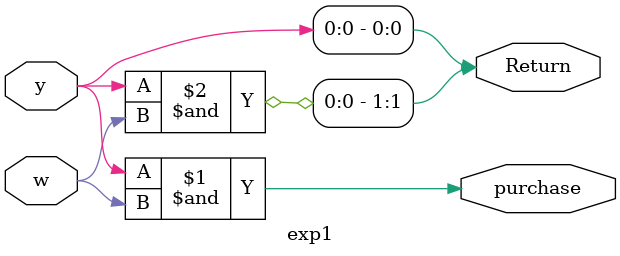
<source format=v>
module exp1(y,w,Return,purchase);

    input y,w;
    
    output [1:0]Return;
    output purchase;
    
    assign purchase=y&w;
    
    assign Return[0]=y;
    assign Return[1]=y&w;
    
endmodule
</source>
